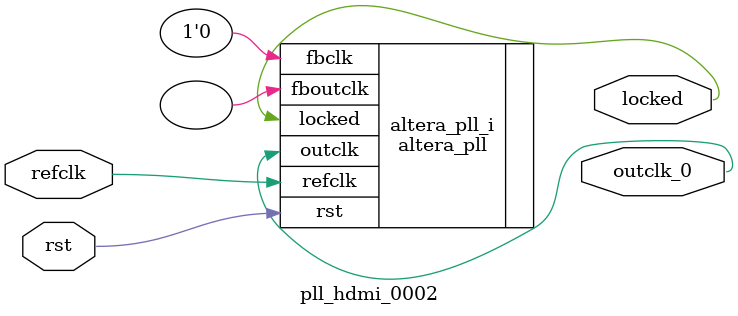
<source format=v>
`timescale 1ns/10ps
module  pll_hdmi_0002(

	// interface 'refclk'
	input wire refclk,

	// interface 'reset'
	input wire rst,

	// interface 'outclk0'
	output wire outclk_0,

	// interface 'locked'
	output wire locked
);

	altera_pll #(
		.fractional_vco_multiplier("false"),
		.reference_clock_frequency("50.0 MHz"),
		.operation_mode("direct"),
		.number_of_clocks(1),
		//.output_clock_frequency0("49.000000 MHz"),
		.output_clock_frequency0("25.000000 MHz"),
		.phase_shift0("0 ps"),
		.duty_cycle0(50),
		.output_clock_frequency1("0 MHz"),
		.phase_shift1("0 ps"),
		.duty_cycle1(50),
		.output_clock_frequency2("0 MHz"),
		.phase_shift2("0 ps"),
		.duty_cycle2(50),
		.output_clock_frequency3("0 MHz"),
		.phase_shift3("0 ps"),
		.duty_cycle3(50),
		.output_clock_frequency4("0 MHz"),
		.phase_shift4("0 ps"),
		.duty_cycle4(50),
		.output_clock_frequency5("0 MHz"),
		.phase_shift5("0 ps"),
		.duty_cycle5(50),
		.output_clock_frequency6("0 MHz"),
		.phase_shift6("0 ps"),
		.duty_cycle6(50),
		.output_clock_frequency7("0 MHz"),
		.phase_shift7("0 ps"),
		.duty_cycle7(50),
		.output_clock_frequency8("0 MHz"),
		.phase_shift8("0 ps"),
		.duty_cycle8(50),
		.output_clock_frequency9("0 MHz"),
		.phase_shift9("0 ps"),
		.duty_cycle9(50),
		.output_clock_frequency10("0 MHz"),
		.phase_shift10("0 ps"),
		.duty_cycle10(50),
		.output_clock_frequency11("0 MHz"),
		.phase_shift11("0 ps"),
		.duty_cycle11(50),
		.output_clock_frequency12("0 MHz"),
		.phase_shift12("0 ps"),
		.duty_cycle12(50),
		.output_clock_frequency13("0 MHz"),
		.phase_shift13("0 ps"),
		.duty_cycle13(50),
		.output_clock_frequency14("0 MHz"),
		.phase_shift14("0 ps"),
		.duty_cycle14(50),
		.output_clock_frequency15("0 MHz"),
		.phase_shift15("0 ps"),
		.duty_cycle15(50),
		.output_clock_frequency16("0 MHz"),
		.phase_shift16("0 ps"),
		.duty_cycle16(50),
		.output_clock_frequency17("0 MHz"),
		.phase_shift17("0 ps"),
		.duty_cycle17(50),
		.pll_type("General"),
		.pll_subtype("General")
	) altera_pll_i (
		.rst	(rst),
		.outclk	({outclk_0}),
		.locked	(locked),
		.fboutclk	( ),
		.fbclk	(1'b0),
		.refclk	(refclk)
	);
endmodule


</source>
